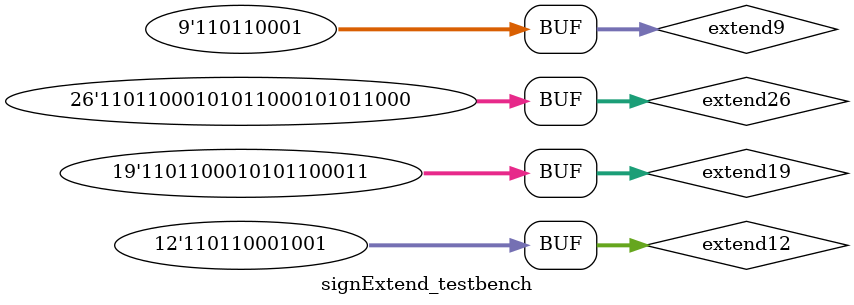
<source format=sv>
module signExtend #(parameter WIDTH = 9) (extend, extended);
	input logic [WIDTH-1:0] extend; 
	output logic [63:0] extended;
	assign extended = { {(64-WIDTH){extend[WIDTH-1]}}, extend[WIDTH-1:0] };
endmodule

module signExtend_testbench();
	logic [8:0] extend9; 
	logic [11:0] extend12;
	logic [18:0] extend19; 
	logic [25:0] extend26; 
	logic [63:0] extendedOutput9, extendedOutput12, extendedOutput19, extendedOutput26;
	
	signExtend #(.WIDTH(9)) extend1 (.extend(extend9), .extended(extendedOutput9));
	signExtend #(.WIDTH(12)) extend2 (.extend(extend12), .extended(extendedOutput12));
	signExtend #(.WIDTH(19)) extend3 (.extend(extend19), .extended(extendedOutput19));
	signExtend #(.WIDTH(26)) extend4 (.extend(extend26), .extended(extendedOutput26));
	
   initial begin
	
		extend9 <= 9'b010110001; extend12 <= 12'b010110001001; extend19 <= 19'b0101100010101100011; extend26 <= 26'b01011000101011000101011000; #10;
		extend9 <= 9'b110110001; extend12 <= 12'b110110001001; extend19 <= 19'b1101100010101100011; extend26 <= 26'b11011000101011000101011000; #10;
		
	end


endmodule

</source>
